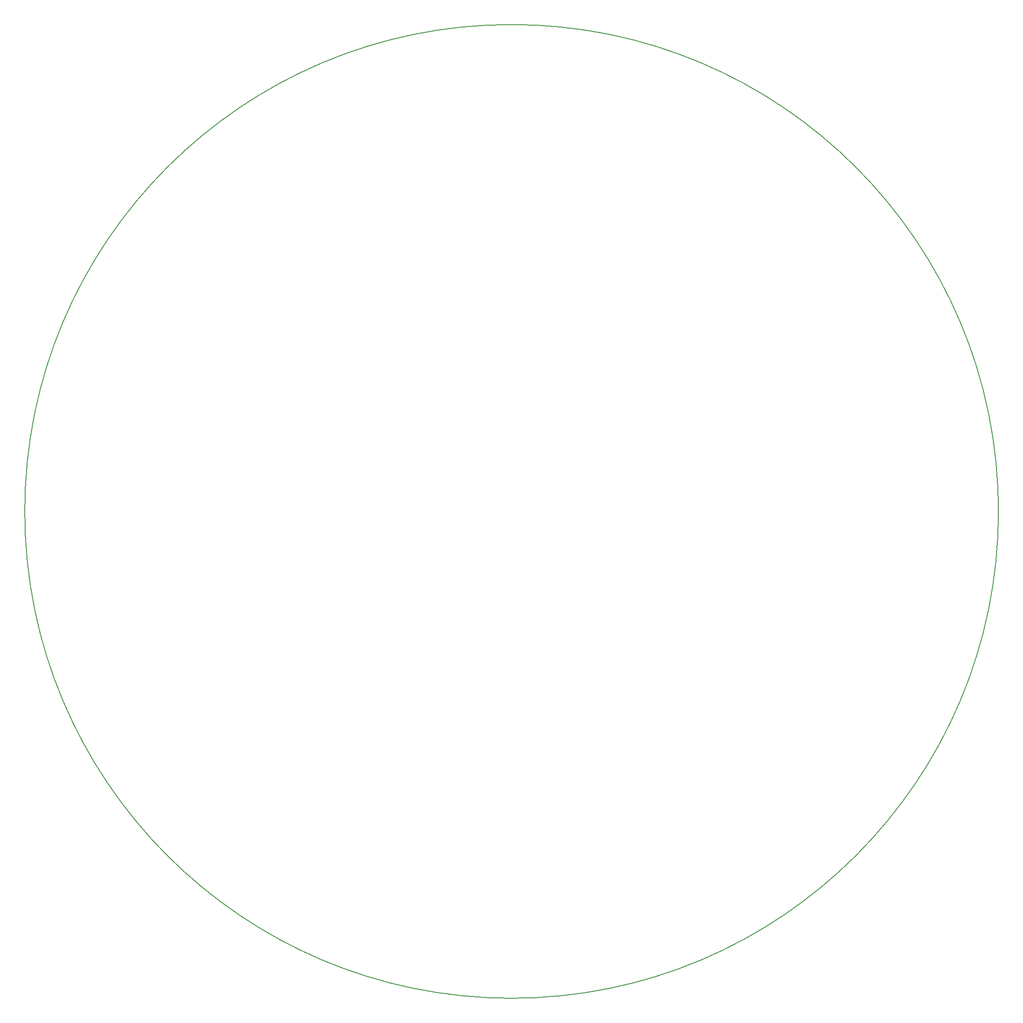
<source format=gbr>
G04 #@! TF.FileFunction,Profile,NP*
%FSLAX46Y46*%
G04 Gerber Fmt 4.6, Leading zero omitted, Abs format (unit mm)*
G04 Created by KiCad (PCBNEW 4.0.7) date 03/16/18 10:32:41*
%MOMM*%
%LPD*%
G01*
G04 APERTURE LIST*
%ADD10C,0.100000*%
%ADD11C,0.150000*%
G04 APERTURE END LIST*
D10*
D11*
X218706052Y-101500000D02*
G75*
G03X218706052Y-101500000I-91706052J0D01*
G01*
M02*

</source>
